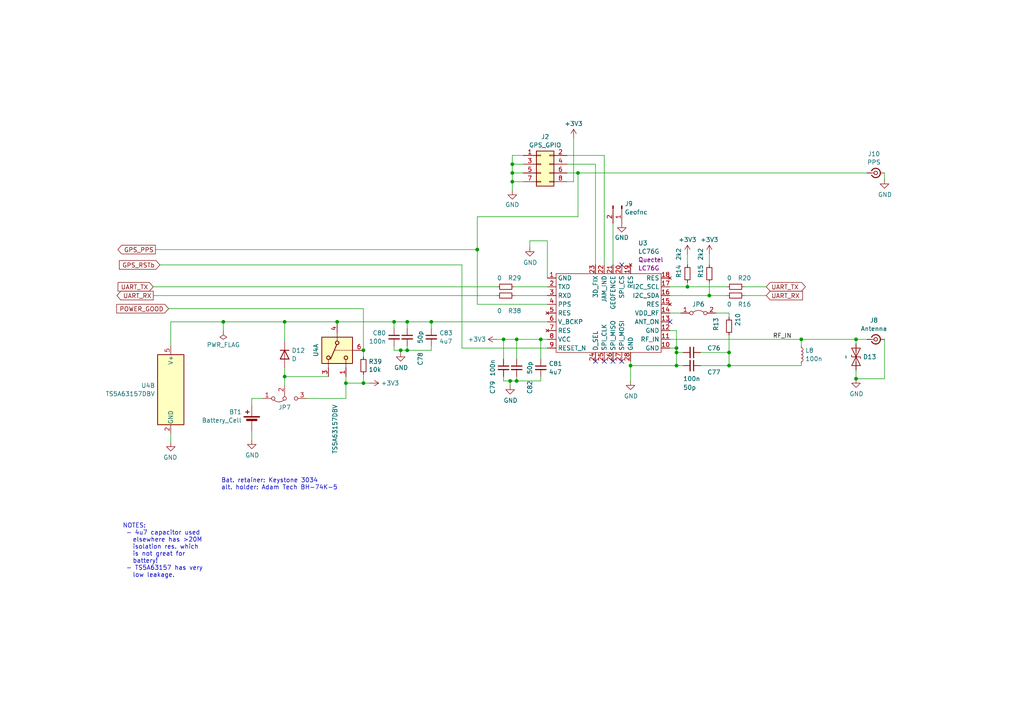
<source format=kicad_sch>
(kicad_sch (version 20230121) (generator eeschema)
  (paper "A4")
  (lib_symbols
    (symbol "Analog_Switch:TS5A63157DBV" (pin_names (offset 0.127))
      (property "Reference" "U" (at -3.175 4.699 0))
      (property "Value" "TS5A63157DBV" (at -3.175 2.921 0))
      (symbol "TS5A63157DBV_1_1"
        (rectangle (start -3.81 4.445) (end 3.81 -4.445) (stroke (width 0.254)) (fill (type background)))
        (circle (center -2.159 0) (radius 0.508) (stroke (width 0.254)))
        (polyline (pts (xy -5.08 0) (xy -2.794 0)))
        (polyline (pts (xy -1.651 0.127) (xy 2.54 1.905)) (stroke (width 0.254)))
        (polyline (pts (xy 0 -5.08) (xy 0 -4.572)))
        (polyline (pts (xy 0 -4.318) (xy 0 -4.064)))
        (polyline (pts (xy 0 -3.81) (xy 0 -3.556)))
        (polyline (pts (xy 0 -3.302) (xy 0 -3.048)))
        (polyline (pts (xy 0 -2.794) (xy 0 -2.54)))
        (polyline (pts (xy 0 -2.286) (xy 0 -2.032)))
        (polyline (pts (xy 0 -1.778) (xy 0 -1.524)))
        (polyline (pts (xy 0 -1.27) (xy 0 -1.016)))
        (polyline (pts (xy 0 -0.762) (xy 0 -0.508)))
        (polyline (pts (xy 0 -0.254) (xy 0 0)))
        (polyline (pts (xy 0 0.254) (xy 0 0.508)))
        (polyline (pts (xy 0 0.254) (xy 0 0.508)))
        (polyline (pts (xy 5.08 -2.54) (xy 2.794 -2.54)))
        (polyline (pts (xy 5.08 2.54) (xy 2.794 2.54)))
        (circle (center 2.159 -2.54) (radius 0.508) (stroke (width 0.254)))
        (circle (center 2.159 2.54) (radius 0.508) (stroke (width 0.254)))
        (pin passive line (at 7.62 -2.54 180) (length 2.54) (name "~") (number "1"))
        (pin passive line (at 7.62 2.54 180) (length 2.54) (name "~") (number "3"))
        (pin passive line (at -7.62 0 0) (length 2.54) (name "~") (number "4"))
        (pin input line (at 0 -7.62 90) (length 2.54) (name "~") (number "6"))
      )
      (symbol "TS5A63157DBV_2_0"
        (pin power_in line (at 0 -12.7 90) (length 2.54) (name "GND") (number "2"))
        (pin power_in line (at 0 12.7 270) (length 2.54) (name "V+") (number "5"))
      )
      (symbol "TS5A63157DBV_2_1"
        (rectangle (start -3.81 10.16) (end 3.81 -10.16) (stroke (width 0.254)) (fill (type background)))
      )
    )
    (symbol "Connector:Conn_01x02_Pin" (pin_names (offset 1.016) hide)
      (property "Reference" "J" (at 0 2.54 0))
      (property "Value" "Conn_01x02_Pin" (at 0 -5.08 0))
      (symbol "Conn_01x02_Pin_1_1"
        (polyline (pts (xy 1.27 -2.54) (xy 0.8636 -2.54)) (stroke (width 0.1524)))
        (polyline (pts (xy 1.27 0) (xy 0.8636 0)) (stroke (width 0.1524)))
        (rectangle (start 0.8636 -2.413) (end 0 -2.667) (stroke (width 0.1524)) (fill (type outline)))
        (rectangle (start 0.8636 0.127) (end 0 -0.127) (stroke (width 0.1524)) (fill (type outline)))
        (pin passive line (at 5.08 0 180) (length 3.81) (name "Pin_1") (number "1"))
        (pin passive line (at 5.08 -2.54 180) (length 3.81) (name "Pin_2") (number "2"))
      )
    )
    (symbol "Connector:Conn_Coaxial_Small" (pin_numbers hide) (pin_names (offset 1.016) hide)
      (property "Reference" "J" (at 0.254 3.048 0))
      (property "Value" "Conn_Coaxial_Small" (at 0 -3.81 0))
      (symbol "Conn_Coaxial_Small_0_1"
        (polyline (pts (xy -2.54 0) (xy -0.508 0)))
        (circle (center 0 0) (radius 0.508) (stroke (width 0.2032)))
      )
      (symbol "Conn_Coaxial_Small_1_1"
        (arc (start -1.1916 -0.6311) (mid 0.327 -1.3081) (end 1.3484 0.0039) (stroke (width 0.3048)))
        (arc (start 1.3484 -0.0039) (mid 0.327 1.3081) (end -1.1916 0.6311) (stroke (width 0.3048)))
        (pin passive line (at -2.54 0 0) (length 1.27) (name "In") (number "1"))
        (pin passive line (at 2.54 0 180) (length 1.27) (name "Ext") (number "2"))
      )
    )
    (symbol "Connector_Generic:Conn_02x04_Odd_Even" (pin_names (offset 1.016) hide)
      (property "Reference" "J" (at 1.27 5.08 0))
      (property "Value" "Conn_02x04_Odd_Even" (at 1.27 -7.62 0))
      (symbol "Conn_02x04_Odd_Even_1_1"
        (rectangle (start -1.27 -4.953) (end 0 -5.207) (stroke (width 0.1524)))
        (rectangle (start -1.27 -2.413) (end 0 -2.667) (stroke (width 0.1524)))
        (rectangle (start -1.27 0.127) (end 0 -0.127) (stroke (width 0.1524)))
        (rectangle (start -1.27 2.667) (end 0 2.413) (stroke (width 0.1524)))
        (rectangle (start -1.27 3.81) (end 3.81 -6.35) (stroke (width 0.254)) (fill (type background)))
        (rectangle (start 3.81 -4.953) (end 2.54 -5.207) (stroke (width 0.1524)))
        (rectangle (start 3.81 -2.413) (end 2.54 -2.667) (stroke (width 0.1524)))
        (rectangle (start 3.81 0.127) (end 2.54 -0.127) (stroke (width 0.1524)))
        (rectangle (start 3.81 2.667) (end 2.54 2.413) (stroke (width 0.1524)))
        (pin passive line (at -5.08 2.54 0) (length 3.81) (name "Pin_1") (number "1"))
        (pin passive line (at 7.62 2.54 180) (length 3.81) (name "Pin_2") (number "2"))
        (pin passive line (at -5.08 0 0) (length 3.81) (name "Pin_3") (number "3"))
        (pin passive line (at 7.62 0 180) (length 3.81) (name "Pin_4") (number "4"))
        (pin passive line (at -5.08 -2.54 0) (length 3.81) (name "Pin_5") (number "5"))
        (pin passive line (at 7.62 -2.54 180) (length 3.81) (name "Pin_6") (number "6"))
        (pin passive line (at -5.08 -5.08 0) (length 3.81) (name "Pin_7") (number "7"))
        (pin passive line (at 7.62 -5.08 180) (length 3.81) (name "Pin_8") (number "8"))
      )
    )
    (symbol "Device:Battery_Cell" (pin_numbers hide) (pin_names (offset 0) hide)
      (property "Reference" "BT" (at 2.54 2.54 0))
      (property "Value" "Battery_Cell" (at 2.54 0 0))
      (symbol "Battery_Cell_0_1"
        (rectangle (start -2.286 1.778) (end 2.286 1.524) (fill (type outline)))
        (rectangle (start -1.524 1.016) (end 1.524 0.508) (fill (type outline)))
        (polyline (pts (xy 0 0.762) (xy 0 0)))
        (polyline (pts (xy 0 1.778) (xy 0 2.54)))
        (polyline (pts (xy 0.762 3.048) (xy 1.778 3.048)) (stroke (width 0.254)))
        (polyline (pts (xy 1.27 3.556) (xy 1.27 2.54)) (stroke (width 0.254)))
      )
      (symbol "Battery_Cell_1_1"
        (pin passive line (at 0 5.08 270) (length 2.54) (name "+") (number "1"))
        (pin passive line (at 0 -2.54 90) (length 2.54) (name "-") (number "2"))
      )
    )
    (symbol "Device:C_Small" (pin_numbers hide) (pin_names (offset 0.254) hide)
      (property "Reference" "C" (at 0.254 1.778 0))
      (property "Value" "C_Small" (at 0.254 -2.032 0))
      (symbol "C_Small_0_1"
        (polyline (pts (xy -1.524 -0.508) (xy 1.524 -0.508)) (stroke (width 0.3302)))
        (polyline (pts (xy -1.524 0.508) (xy 1.524 0.508)) (stroke (width 0.3048)))
      )
      (symbol "C_Small_1_1"
        (pin passive line (at 0 2.54 270) (length 2.032) (name "~") (number "1"))
        (pin passive line (at 0 -2.54 90) (length 2.032) (name "~") (number "2"))
      )
    )
    (symbol "Device:D" (pin_numbers hide) (pin_names (offset 1.016) hide)
      (property "Reference" "D" (at 0 2.54 0))
      (property "Value" "D" (at 0 -2.54 0))
      (symbol "D_0_1"
        (polyline (pts (xy -1.27 1.27) (xy -1.27 -1.27)) (stroke (width 0.254)))
        (polyline (pts (xy 1.27 0) (xy -1.27 0)))
        (polyline (pts (xy 1.27 1.27) (xy 1.27 -1.27) (xy -1.27 0) (xy 1.27 1.27)) (stroke (width 0.254)))
      )
      (symbol "D_1_1"
        (pin passive line (at -3.81 0 0) (length 2.54) (name "K") (number "1"))
        (pin passive line (at 3.81 0 180) (length 2.54) (name "A") (number "2"))
      )
    )
    (symbol "Device:L_Small" (pin_numbers hide) (pin_names (offset 0.254) hide)
      (property "Reference" "L" (at 0.762 1.016 0))
      (property "Value" "L_Small" (at 0.762 -1.016 0))
      (symbol "L_Small_0_1"
        (arc (start 0 -2.032) (mid 0.5058 -1.524) (end 0 -1.016))
        (arc (start 0 -1.016) (mid 0.5058 -0.508) (end 0 0))
        (arc (start 0 0) (mid 0.5058 0.508) (end 0 1.016))
        (arc (start 0 1.016) (mid 0.5058 1.524) (end 0 2.032))
      )
      (symbol "L_Small_1_1"
        (pin passive line (at 0 2.54 270) (length 0.508) (name "~") (number "1"))
        (pin passive line (at 0 -2.54 90) (length 0.508) (name "~") (number "2"))
      )
    )
    (symbol "Device:R_Small" (pin_numbers hide) (pin_names (offset 0.254) hide)
      (property "Reference" "R" (at 0.762 0.508 0))
      (property "Value" "R_Small" (at 0.762 -1.016 0))
      (symbol "R_Small_0_1"
        (rectangle (start -0.762 1.778) (end 0.762 -1.778) (stroke (width 0.2032)))
      )
      (symbol "R_Small_1_1"
        (pin passive line (at 0 2.54 270) (length 0.762) (name "~") (number "1"))
        (pin passive line (at 0 -2.54 90) (length 0.762) (name "~") (number "2"))
      )
    )
    (symbol "Diode:ESD9B5.0ST5G" (pin_numbers hide) (pin_names (offset 1.016) hide)
      (property "Reference" "D" (at 0 2.54 0))
      (property "Value" "ESD9B5.0ST5G" (at 0 -2.54 0))
      (symbol "ESD9B5.0ST5G_0_1"
        (polyline (pts (xy 1.27 0) (xy -1.27 0)))
        (polyline (pts (xy -2.54 -1.27) (xy 0 0) (xy -2.54 1.27) (xy -2.54 -1.27)) (stroke (width 0.2032)))
        (polyline (pts (xy 0.508 1.27) (xy 0 1.27) (xy 0 -1.27) (xy -0.508 -1.27)) (stroke (width 0.2032)))
        (polyline (pts (xy 2.54 1.27) (xy 2.54 -1.27) (xy 0 0) (xy 2.54 1.27)) (stroke (width 0.2032)))
      )
      (symbol "ESD9B5.0ST5G_1_1"
        (pin passive line (at -3.81 0 0) (length 2.54) (name "A1") (number "1"))
        (pin passive line (at 3.81 0 180) (length 2.54) (name "A2") (number "2"))
      )
    )
    (symbol "Jumper:Jumper_2_Bridged" (pin_names (offset 0) hide)
      (property "Reference" "JP" (at 0 1.905 0))
      (property "Value" "Jumper_2_Bridged" (at 0 -2.54 0))
      (symbol "Jumper_2_Bridged_0_0"
        (circle (center -2.032 0) (radius 0.508))
        (circle (center 2.032 0) (radius 0.508))
      )
      (symbol "Jumper_2_Bridged_0_1"
        (arc (start 1.524 0.254) (mid 0 0.762) (end -1.524 0.254))
      )
      (symbol "Jumper_2_Bridged_1_1"
        (pin passive line (at -5.08 0 0) (length 2.54) (name "A") (number "1"))
        (pin passive line (at 5.08 0 180) (length 2.54) (name "B") (number "2"))
      )
    )
    (symbol "Jumper:Jumper_3_Bridged12" (pin_names (offset 0) hide)
      (property "Reference" "JP" (at -2.54 -2.54 0))
      (property "Value" "Jumper_3_Bridged12" (at 0 2.794 0))
      (symbol "Jumper_3_Bridged12_0_0"
        (circle (center -3.302 0) (radius 0.508))
        (circle (center 0 0) (radius 0.508))
        (circle (center 3.302 0) (radius 0.508))
      )
      (symbol "Jumper_3_Bridged12_0_1"
        (arc (start -0.254 0.508) (mid -1.651 0.9912) (end -3.048 0.508))
        (polyline (pts (xy 0 -1.27) (xy 0 -0.508)))
      )
      (symbol "Jumper_3_Bridged12_1_1"
        (pin passive line (at -6.35 0 0) (length 2.54) (name "A") (number "1"))
        (pin passive line (at 0 -3.81 90) (length 2.54) (name "C") (number "2"))
        (pin passive line (at 6.35 0 180) (length 2.54) (name "B") (number "3"))
      )
    )
    (symbol "fmc:LC76G"
      (property "Reference" "U" (at -14.605 -18.415 0))
      (property "Value" "LC76G" (at -12.065 -13.97 0))
      (property "Manufacturer" "Quectel" (at -4.445 1.905 0))
      (property "Part" "LC76G" (at -3.175 -1.27 0))
      (symbol "LC76G_0_0"
        (pin power_in line (at -17.78 10.16 0) (length 2.54) (name "GND") (number "1"))
        (pin power_in line (at 17.78 -10.16 180) (length 2.54) (name "GND") (number "10"))
        (pin input line (at 17.78 -7.62 180) (length 2.54) (name "RF_IN") (number "11"))
        (pin power_in line (at 17.78 -5.08 180) (length 2.54) (name "GND") (number "12"))
        (pin output line (at 17.78 -2.54 180) (length 2.54) (name "ANT_ON") (number "13"))
        (pin power_out line (at 17.78 0 180) (length 2.54) (name "VDD_RF") (number "14"))
        (pin no_connect line (at 17.78 2.54 180) (length 2.54) (name "RES") (number "15"))
        (pin bidirectional line (at 17.78 5.08 180) (length 2.54) (name "I2C_SDA") (number "16"))
        (pin input line (at 17.78 7.62 180) (length 2.54) (name "I2C_SCL") (number "17"))
        (pin no_connect line (at 17.78 10.16 180) (length 2.54) (name "RES") (number "18"))
        (pin no_connect line (at 6.35 13.97 270) (length 2.54) (name "RES") (number "19"))
        (pin output line (at -17.78 7.62 0) (length 2.54) (name "TXD") (number "2"))
        (pin input line (at 3.81 13.97 270) (length 2.54) (name "SPI_CS") (number "20"))
        (pin output line (at 1.27 13.97 270) (length 2.54) (name "GEOFENCE") (number "21"))
        (pin output line (at -1.27 13.97 270) (length 2.54) (name "JAM_IND") (number "22"))
        (pin output line (at -3.81 13.97 270) (length 2.54) (name "3D_FIX") (number "23"))
        (pin input line (at -3.81 -13.97 90) (length 2.54) (name "D_SEL") (number "24"))
        (pin input line (at -1.27 -13.97 90) (length 2.54) (name "SPI_CLK") (number "25"))
        (pin output line (at 1.27 -13.97 90) (length 2.54) (name "SPI_MISO") (number "26"))
        (pin input line (at 3.81 -13.97 90) (length 2.54) (name "SPI_MOSI") (number "27"))
        (pin power_in line (at 6.35 -13.97 90) (length 2.54) (name "GND") (number "28"))
        (pin input line (at -17.78 5.08 0) (length 2.54) (name "RXD") (number "3"))
        (pin output line (at -17.78 2.54 0) (length 2.54) (name "PPS") (number "4"))
        (pin no_connect line (at -17.78 0 0) (length 2.54) (name "RES") (number "5"))
        (pin power_in line (at -17.78 -2.54 0) (length 2.54) (name "V_BCKP") (number "6"))
        (pin no_connect line (at -17.78 -5.08 0) (length 2.54) (name "RES") (number "7"))
        (pin power_in line (at -17.78 -7.62 0) (length 2.54) (name "VCC") (number "8"))
        (pin input line (at -17.78 -10.16 0) (length 2.54) (name "RESET_N") (number "9"))
      )
      (symbol "LC76G_0_1"
        (rectangle (start -15.24 11.43) (end 15.24 -11.43))
      )
    )
    (symbol "power:+3V3" (power) (pin_names (offset 0))
      (property "Value" "+3V3" (at 0 3.556 0))
      (symbol "+3V3_0_1"
        (polyline (pts (xy -0.762 1.27) (xy 0 2.54)))
        (polyline (pts (xy 0 0) (xy 0 2.54)))
        (polyline (pts (xy 0 2.54) (xy 0.762 1.27)))
      )
      (symbol "+3V3_1_1"
        (pin power_in line (at 0 0 90) (length 0) hide (name "+3V3") (number "1"))
      )
    )
    (symbol "power:GND" (power) (pin_names (offset 0))
      (property "Value" "GND" (at 0 -3.81 0))
      (symbol "GND_0_1"
        (polyline (pts (xy 0 0) (xy 0 -1.27) (xy 1.27 -1.27) (xy 0 -2.54) (xy -1.27 -1.27) (xy 0 -1.27)))
      )
      (symbol "GND_1_1"
        (pin power_in line (at 0 0 270) (length 0) hide (name "GND") (number "1"))
      )
    )
    (symbol "power:PWR_FLAG" (power) (pin_numbers hide) (pin_names (offset 0) hide)
      (property "Value" "PWR_FLAG" (at 0 3.81 0))
      (symbol "PWR_FLAG_0_0"
        (pin power_out line (at 0 0 90) (length 0) (name "pwr") (number "1"))
      )
      (symbol "PWR_FLAG_0_1"
        (polyline (pts (xy 0 0) (xy 0 1.27) (xy -1.016 1.905) (xy 0 2.54) (xy 1.016 1.905) (xy 0 1.27)))
      )
    )
  )
  (junction (at 205.74 85.725))
  (junction (at 196.215 100.965))
  (junction (at 232.41 98.425))
  (junction (at 211.455 106.045))
  (junction (at 114.3 93.345))
  (junction (at 148.59 47.625))
  (junction (at 138.43 72.39))
  (junction (at 82.55 109.22))
  (junction (at 248.285 109.855))
  (junction (at 196.215 102.235))
  (junction (at 146.05 98.425))
  (junction (at 148.59 50.165))
  (junction (at 118.11 101.6))
  (junction (at 199.39 83.185))
  (junction (at 97.79 93.345))
  (junction (at 148.59 52.705))
  (junction (at 64.77 93.345))
  (junction (at 211.455 102.235))
  (junction (at 149.86 98.425))
  (junction (at 105.41 101.6))
  (junction (at 167.64 50.165))
  (junction (at 149.86 110.49))
  (junction (at 182.88 106.045))
  (junction (at 196.215 106.045))
  (junction (at 156.845 98.425))
  (junction (at 125.095 93.345))
  (junction (at 248.285 98.425))
  (junction (at 105.41 111.125))
  (junction (at 118.11 93.345))
  (junction (at 82.55 93.345))
  (junction (at 100.33 111.125))
  (junction (at 116.205 101.6))
  (junction (at 147.955 110.49))
  (no_connect (at 194.31 93.345))
  (no_connect (at 180.34 76.835))
  (no_connect (at 180.34 104.775))
  (no_connect (at 177.8 104.775))
  (no_connect (at 175.26 104.775))
  (no_connect (at 172.72 104.775))
  (wire (pts (xy 203.2 102.235) (xy 211.455 102.235)))
  (wire (pts (xy 211.455 97.155) (xy 211.455 102.235)))
  (wire (pts (xy 73.025 125.095) (xy 73.025 127.635)))
  (wire (pts (xy 164.465 50.165) (xy 167.64 50.165)))
  (wire (pts (xy 100.33 109.22) (xy 100.33 111.125)))
  (wire (pts (xy 194.31 90.805) (xy 197.485 90.805)))
  (wire (pts (xy 45.085 72.39) (xy 138.43 72.39)))
  (wire (pts (xy 149.225 83.185) (xy 158.75 83.185)))
  (wire (pts (xy 207.645 90.805) (xy 211.455 90.805)))
  (wire (pts (xy 82.55 109.22) (xy 82.55 111.76)))
  (wire (pts (xy 166.37 40.005) (xy 166.37 52.705)))
  (wire (pts (xy 73.025 115.57) (xy 76.2 115.57)))
  (wire (pts (xy 182.88 106.045) (xy 182.88 110.49)))
  (wire (pts (xy 194.31 95.885) (xy 196.215 95.885)))
  (wire (pts (xy 215.9 85.725) (xy 222.25 85.725)))
  (wire (pts (xy 248.285 98.425) (xy 251.46 98.425)))
  (wire (pts (xy 116.205 101.6) (xy 116.205 102.235)))
  (wire (pts (xy 114.3 100.33) (xy 114.3 101.6)))
  (wire (pts (xy 100.33 111.125) (xy 105.41 111.125)))
  (wire (pts (xy 138.43 72.39) (xy 138.43 88.265)))
  (wire (pts (xy 73.025 117.475) (xy 73.025 115.57)))
  (wire (pts (xy 205.74 85.725) (xy 210.82 85.725)))
  (wire (pts (xy 114.3 93.345) (xy 118.11 93.345)))
  (wire (pts (xy 158.75 69.85) (xy 153.67 69.85)))
  (wire (pts (xy 196.215 95.885) (xy 196.215 100.965)))
  (wire (pts (xy 118.11 101.6) (xy 116.205 101.6)))
  (wire (pts (xy 125.095 101.6) (xy 118.11 101.6)))
  (wire (pts (xy 148.59 45.085) (xy 148.59 47.625)))
  (wire (pts (xy 138.43 62.865) (xy 167.64 62.865)))
  (wire (pts (xy 232.41 98.425) (xy 232.41 100.33)))
  (wire (pts (xy 148.59 50.165) (xy 148.59 52.705)))
  (wire (pts (xy 232.41 105.41) (xy 232.41 106.045)))
  (wire (pts (xy 118.11 93.345) (xy 118.11 95.25)))
  (wire (pts (xy 199.39 83.185) (xy 210.82 83.185)))
  (wire (pts (xy 146.05 110.49) (xy 147.955 110.49)))
  (wire (pts (xy 199.39 73.66) (xy 199.39 76.835)))
  (wire (pts (xy 248.285 107.315) (xy 248.285 109.855)))
  (wire (pts (xy 125.095 95.25) (xy 125.095 93.345)))
  (wire (pts (xy 164.465 45.085) (xy 175.26 45.085)))
  (wire (pts (xy 146.05 98.425) (xy 149.86 98.425)))
  (wire (pts (xy 175.26 76.835) (xy 175.26 45.085)))
  (wire (pts (xy 105.41 101.6) (xy 105.41 103.505)))
  (wire (pts (xy 196.215 100.965) (xy 196.215 102.235)))
  (wire (pts (xy 147.955 110.49) (xy 147.955 111.76)))
  (wire (pts (xy 149.86 98.425) (xy 149.86 104.14)))
  (wire (pts (xy 114.3 93.345) (xy 114.3 95.25)))
  (wire (pts (xy 48.895 89.535) (xy 105.41 89.535)))
  (wire (pts (xy 105.41 108.585) (xy 105.41 111.125)))
  (wire (pts (xy 118.11 93.345) (xy 125.095 93.345)))
  (wire (pts (xy 211.455 102.235) (xy 211.455 106.045)))
  (wire (pts (xy 64.77 93.345) (xy 82.55 93.345)))
  (wire (pts (xy 153.67 69.85) (xy 153.67 71.755)))
  (wire (pts (xy 148.59 52.705) (xy 148.59 55.245)))
  (wire (pts (xy 148.59 45.085) (xy 151.765 45.085)))
  (wire (pts (xy 133.985 100.965) (xy 158.75 100.965)))
  (wire (pts (xy 138.43 88.265) (xy 158.75 88.265)))
  (wire (pts (xy 82.55 109.22) (xy 95.25 109.22)))
  (wire (pts (xy 156.845 109.22) (xy 156.845 110.49)))
  (wire (pts (xy 256.54 109.855) (xy 248.285 109.855)))
  (wire (pts (xy 148.59 50.165) (xy 151.765 50.165)))
  (wire (pts (xy 114.3 101.6) (xy 116.205 101.6)))
  (wire (pts (xy 194.31 83.185) (xy 199.39 83.185)))
  (wire (pts (xy 167.64 62.865) (xy 167.64 50.165)))
  (wire (pts (xy 205.74 85.725) (xy 205.74 81.915)))
  (wire (pts (xy 148.59 47.625) (xy 151.765 47.625)))
  (wire (pts (xy 49.53 93.345) (xy 64.77 93.345)))
  (wire (pts (xy 164.465 47.625) (xy 172.72 47.625)))
  (wire (pts (xy 149.86 110.49) (xy 147.955 110.49)))
  (wire (pts (xy 199.39 81.915) (xy 199.39 83.185)))
  (wire (pts (xy 196.215 102.235) (xy 198.12 102.235)))
  (wire (pts (xy 64.77 93.345) (xy 64.77 95.885)))
  (wire (pts (xy 172.72 47.625) (xy 172.72 76.835)))
  (wire (pts (xy 196.215 106.045) (xy 198.12 106.045)))
  (wire (pts (xy 82.55 93.345) (xy 97.79 93.345)))
  (wire (pts (xy 148.59 47.625) (xy 148.59 50.165)))
  (wire (pts (xy 118.11 100.33) (xy 118.11 101.6)))
  (wire (pts (xy 215.9 83.185) (xy 222.25 83.185)))
  (wire (pts (xy 144.145 98.425) (xy 146.05 98.425)))
  (wire (pts (xy 49.53 93.345) (xy 49.53 100.33)))
  (wire (pts (xy 194.31 85.725) (xy 205.74 85.725)))
  (wire (pts (xy 105.41 111.125) (xy 107.315 111.125)))
  (wire (pts (xy 82.55 106.68) (xy 82.55 109.22)))
  (wire (pts (xy 166.37 52.705) (xy 164.465 52.705)))
  (wire (pts (xy 256.54 50.165) (xy 256.54 52.07)))
  (wire (pts (xy 248.285 99.695) (xy 248.285 98.425)))
  (wire (pts (xy 148.59 52.705) (xy 151.765 52.705)))
  (wire (pts (xy 256.54 98.425) (xy 256.54 109.855)))
  (wire (pts (xy 49.53 125.73) (xy 49.53 128.27)))
  (wire (pts (xy 196.215 102.235) (xy 196.215 106.045)))
  (wire (pts (xy 156.845 98.425) (xy 158.75 98.425)))
  (wire (pts (xy 194.31 100.965) (xy 196.215 100.965)))
  (wire (pts (xy 44.45 85.725) (xy 144.145 85.725)))
  (wire (pts (xy 149.86 98.425) (xy 156.845 98.425)))
  (wire (pts (xy 156.845 110.49) (xy 149.86 110.49)))
  (wire (pts (xy 194.31 98.425) (xy 232.41 98.425)))
  (wire (pts (xy 149.86 109.22) (xy 149.86 110.49)))
  (wire (pts (xy 146.05 98.425) (xy 146.05 104.14)))
  (wire (pts (xy 44.45 83.185) (xy 144.145 83.185)))
  (wire (pts (xy 203.2 106.045) (xy 211.455 106.045)))
  (wire (pts (xy 82.55 99.06) (xy 82.55 93.345)))
  (wire (pts (xy 133.985 76.835) (xy 133.985 100.965)))
  (wire (pts (xy 88.9 115.57) (xy 100.33 115.57)))
  (wire (pts (xy 125.095 93.345) (xy 158.75 93.345)))
  (wire (pts (xy 46.355 76.835) (xy 133.985 76.835)))
  (wire (pts (xy 149.225 85.725) (xy 158.75 85.725)))
  (wire (pts (xy 182.88 104.775) (xy 182.88 106.045)))
  (wire (pts (xy 97.79 93.98) (xy 97.79 93.345)))
  (wire (pts (xy 138.43 72.39) (xy 138.43 62.865)))
  (wire (pts (xy 97.79 93.345) (xy 114.3 93.345)))
  (wire (pts (xy 232.41 106.045) (xy 211.455 106.045)))
  (wire (pts (xy 211.455 90.805) (xy 211.455 92.075)))
  (wire (pts (xy 167.64 50.165) (xy 251.46 50.165)))
  (wire (pts (xy 196.215 106.045) (xy 182.88 106.045)))
  (wire (pts (xy 146.05 109.22) (xy 146.05 110.49)))
  (wire (pts (xy 100.33 115.57) (xy 100.33 111.125)))
  (wire (pts (xy 248.285 98.425) (xy 232.41 98.425)))
  (wire (pts (xy 105.41 89.535) (xy 105.41 101.6)))
  (wire (pts (xy 158.75 80.645) (xy 158.75 69.85)))
  (wire (pts (xy 177.8 64.77) (xy 177.8 76.835)))
  (wire (pts (xy 125.095 100.33) (xy 125.095 101.6)))
  (wire (pts (xy 205.74 73.66) (xy 205.74 76.835)))
  (wire (pts (xy 156.845 98.425) (xy 156.845 104.14)))
  (text "Bat. retainer: Keystone 3034\nalt. holder: Adam Tech BH-74K-5" (at 64.135 142.24 0) (effects (font (size 1.27 1.27)) (justify left bottom)))
  (text "NOTES:\n - 4u7 capacitor used\n   elsewhere has >20M\n   isolation res. which\n   is not great for\n   battery!\n - TS5A63157 has very\n   low leakage." (at 35.56 167.64 0) (effects (font (size 1.27 1.27)) (justify left bottom)))
  (label "RF_IN" (at 224.155 98.425 0))
  (global_label "UART_RX" (shape input) (at 222.25 85.725 0) (property "Intersheetrefs" "${INTERSHEET_REFS}" (effects hide)))
  (global_label "UART_TX" (shape bidirectional) (at 222.25 83.185 0) (property "Intersheetrefs" "${INTERSHEET_REFS}" (effects hide)))
  (global_label "UART_RX" (shape output) (at 44.45 85.725 180) (property "Intersheetrefs" "${INTERSHEET_REFS}" (effects hide)))
  (global_label "GPS_RSTb" (shape input) (at 46.355 76.835 180) (property "Intersheetrefs" "${INTERSHEET_REFS}" (effects hide)))
  (global_label "POWER_GOOD" (shape input) (at 48.895 89.535 180) (property "Intersheetrefs" "${INTERSHEET_REFS}" (effects hide)))
  (global_label "GPS_PPS" (shape output) (at 45.085 72.39 180) (property "Intersheetrefs" "${INTERSHEET_REFS}" (effects hide)))
  (global_label "UART_TX" (shape input) (at 44.45 83.185 180) (property "Intersheetrefs" "${INTERSHEET_REFS}" (effects hide)))
  (symbol (lib_id "Diode:ESD9B5.0ST5G") (at 248.285 103.505 90) (unit 1)
    (property "Reference" "D13" (at 250.2916 103.505 90) (effects (justify right)))
    (property "Value" "~" (at 245.3203 103.505 0))
    (property "Footprint" "Diode_SMD:D_SOD-882" (effects hide))
    (property "Datasheet" "https://www.littelfuse.com/media?resourcetype=datasheets&itemid=54962f33-9d87-4d79-919d-dac7ef6a0067&filename=littelfuse-tvs-diode-array-ultra-low-capacitance-discrete-tvs-datasheet" (effects hide))
    (property "Part" "SP0402B-ULC-01ETG" (effects hide))
    (property "Manufacturer" "Littlefuse" (effects hide))
  )
  (symbol (lib_id "Device:C_Small") (at 118.11 97.79 0) (mirror y) (unit 1)
    (property "Reference" "C78" (at 121.92 106.045 90) (effects (justify left)))
    (property "Value" "50p" (at 121.92 99.695 90) (effects (justify left)))
    (property "Footprint" "Capacitor_SMD:C_0603_1608Metric" (effects hide))
  )
  (symbol (lib_id "power:GND") (at 148.59 55.245 0) (unit 1)
    (property "Reference" "#PWR079" (effects hide))
    (property "Value" "GND" (at 148.59 59.3781 0))
  )
  (symbol (lib_id "Analog_Switch:TS5A63157DBV") (at 49.53 113.03 0) (mirror y) (unit 2)
    (property "Reference" "U4" (at 44.958 111.8179 0) (effects (justify left)))
    (property "Value" "TS5A63157DBV" (at 44.958 114.2421 0) (effects (justify left)))
    (property "Footprint" "Package_TO_SOT_SMD:SOT-23-6" (effects hide))
    (property "Datasheet" "https://www.ti.com/lit/ds/symlink/ts5a63157.pdf" (effects hide))
  )
  (symbol (lib_id "Device:C_Small") (at 200.66 106.045 270) (mirror x) (unit 1)
    (property "Reference" "C77" (at 205.105 107.95 90) (effects (justify left)))
    (property "Value" "50p" (at 198.12 112.395 90) (effects (justify left)))
    (property "Footprint" "Capacitor_SMD:C_0603_1608Metric" (effects hide))
  )
  (symbol (lib_id "power:+3V3") (at 199.39 73.66 0) (mirror y) (unit 1)
    (property "Reference" "#PWR0104" (effects hide))
    (property "Value" "+3V3" (at 199.39 69.5269 0))
  )
  (symbol (lib_id "power:GND") (at 147.955 111.76 0) (unit 1)
    (property "Reference" "#PWR0107" (effects hide))
    (property "Value" "GND" (at 148.082 116.1542 0))
  )
  (symbol (lib_id "Connector:Conn_Coaxial_Small") (at 254 98.425 0) (unit 1)
    (property "Reference" "J8" (at 253.4804 92.907 0))
    (property "Value" "Antenna" (at 253.4804 95.3312 0))
    (property "Footprint" "proj_footprints:SMA Molex 732515460" (effects hide))
    (property "Datasheet" " ~" (effects hide))
    (property "Manufacturer" "Molex" (effects hide))
    (property "Part" "732515460" (effects hide))
  )
  (symbol (lib_id "Device:Battery_Cell") (at 73.025 122.555 0) (mirror y) (unit 1)
    (property "Reference" "BT1" (at 70.104 119.5014 0) (effects (justify left)))
    (property "Value" "Battery_Cell" (at 70.104 121.9256 0) (effects (justify left)))
    (property "Footprint" "battery:bh-3034-74-combined" (effects hide))
    (property "Part" "BH-74K-5" (effects hide))
    (property "Manufacturer" "Adam Tech" (effects hide))
  )
  (symbol (lib_id "Device:R_Small") (at 146.685 85.725 270) (mirror x) (unit 1)
    (property "Reference" "R38" (at 147.32 90.17 90) (effects (justify left)))
    (property "Value" "0" (at 144.145 90.17 90) (effects (justify left)))
    (property "Footprint" "Resistor_SMD:R_0603_1608Metric" (effects hide))
  )
  (symbol (lib_id "power:GND") (at 248.285 109.855 0) (unit 1)
    (property "Reference" "#PWR0114" (effects hide))
    (property "Value" "GND" (at 248.412 114.2492 0))
  )
  (symbol (lib_id "power:GND") (at 256.54 52.07 0) (unit 1)
    (property "Reference" "#PWR0118" (effects hide))
    (property "Value" "GND" (at 256.667 56.4642 0))
  )
  (symbol (lib_id "power:GND") (at 49.53 128.27 0) (mirror y) (unit 1)
    (property "Reference" "#PWR0111" (effects hide))
    (property "Value" "GND" (at 49.403 132.6642 0))
  )
  (symbol (lib_id "Device:R_Small") (at 211.455 94.615 180) (unit 1)
    (property "Reference" "R13" (at 207.645 92.075 90) (effects (justify left)))
    (property "Value" "210" (at 213.995 90.805 90) (effects (justify left)))
    (property "Footprint" "Resistor_SMD:R_0603_1608Metric" (effects hide))
  )
  (symbol (lib_id "power:PWR_FLAG") (at 64.77 95.885 180) (unit 1)
    (property "Reference" "#FLG011" (effects hide))
    (property "Value" "PWR_FLAG" (at 64.77 100.0181 0))
  )
  (symbol (lib_id "Device:C_Small") (at 114.3 97.79 0) (mirror y) (unit 1)
    (property "Reference" "C80" (at 111.9759 96.5842 0) (effects (justify left)))
    (property "Value" "100n" (at 111.9759 99.0084 0) (effects (justify left)))
    (property "Footprint" "Capacitor_SMD:C_0603_1608Metric" (effects hide))
    (property "Manufacturer" "Samsung" (effects hide))
    (property "Part" "CL10B104KB8NFN" (effects hide))
  )
  (symbol (lib_id "Device:R_Small") (at 199.39 79.375 0) (unit 1)
    (property "Reference" "R14" (at 196.85 80.645 90) (effects (justify left)))
    (property "Value" "2k2" (at 196.85 75.565 90) (effects (justify left)))
    (property "Footprint" "Resistor_SMD:R_0603_1608Metric" (effects hide))
  )
  (symbol (lib_id "power:GND") (at 116.205 102.235 0) (unit 1)
    (property "Reference" "#PWR0112" (effects hide))
    (property "Value" "GND" (at 116.332 106.6292 0))
  )
  (symbol (lib_id "Connector:Conn_01x02_Pin") (at 180.34 59.69 270) (unit 1)
    (property "Reference" "J9" (at 181.1782 59.1129 90) (effects (justify left)))
    (property "Value" "Geofnc" (at 181.1782 61.5371 90) (effects (justify left)))
    (property "Footprint" "Connector_PinSocket_2.54mm:PinSocket_1x02_P2.54mm_Vertical" (effects hide))
    (property "Manufacturer" "Adam Tech" (effects hide))
    (property "Part" "PH2-02-UA" (effects hide))
  )
  (symbol (lib_id "Device:R_Small") (at 213.36 85.725 270) (mirror x) (unit 1)
    (property "Reference" "R16" (at 213.995 88.265 90) (effects (justify left)))
    (property "Value" "0" (at 210.82 88.265 90) (effects (justify left)))
    (property "Footprint" "Resistor_SMD:R_0603_1608Metric" (effects hide))
  )
  (symbol (lib_id "Device:C_Small") (at 149.86 106.68 0) (mirror y) (unit 1)
    (property "Reference" "C82" (at 153.67 114.3 90) (effects (justify left)))
    (property "Value" "50p" (at 153.67 108.585 90) (effects (justify left)))
    (property "Footprint" "Capacitor_SMD:C_0603_1608Metric" (effects hide))
  )
  (symbol (lib_id "Device:C_Small") (at 125.095 97.79 0) (unit 1)
    (property "Reference" "C83" (at 127.4191 96.5842 0) (effects (justify left)))
    (property "Value" "4u7" (at 127.4191 99.0084 0) (effects (justify left)))
    (property "Footprint" "Capacitor_SMD:C_0805_2012Metric" (effects hide))
  )
  (symbol (lib_id "Device:C_Small") (at 146.05 106.68 0) (mirror y) (unit 1)
    (property "Reference" "C79" (at 142.875 114.3 90) (effects (justify left)))
    (property "Value" "100n" (at 142.875 109.22 90) (effects (justify left)))
    (property "Footprint" "Capacitor_SMD:C_0603_1608Metric" (effects hide))
    (property "Manufacturer" "Samsung" (effects hide))
    (property "Part" "CL10B104KB8NFN" (effects hide))
  )
  (symbol (lib_id "power:GND") (at 182.88 110.49 0) (unit 1)
    (property "Reference" "#PWR0102" (effects hide))
    (property "Value" "GND" (at 183.007 114.8842 0))
  )
  (symbol (lib_id "Device:R_Small") (at 105.41 106.045 0) (unit 1)
    (property "Reference" "R39" (at 106.9086 104.8766 0) (effects (justify left)))
    (property "Value" "10k" (at 106.9086 107.188 0) (effects (justify left)))
    (property "Footprint" "Resistor_SMD:R_0603_1608Metric" (effects hide))
  )
  (symbol (lib_id "Device:C_Small") (at 200.66 102.235 270) (mirror x) (unit 1)
    (property "Reference" "C76" (at 205.105 100.965 90) (effects (justify left)))
    (property "Value" "100n" (at 198.12 109.855 90) (effects (justify left)))
    (property "Footprint" "Capacitor_SMD:C_0603_1608Metric" (effects hide))
    (property "Manufacturer" "Samsung" (effects hide))
    (property "Part" "CL10B104KB8NFN" (effects hide))
  )
  (symbol (lib_id "Jumper:Jumper_3_Bridged12") (at 82.55 115.57 0) (mirror x) (unit 1)
    (property "Reference" "JP7" (at 82.55 118.1543 0))
    (property "Value" "Jumper_3_Bridged12" (effects hide))
    (property "Footprint" "Connector_PinHeader_2.54mm:PinHeader_1x03_P2.54mm_Vertical" (effects hide))
  )
  (symbol (lib_id "power:+3V3") (at 107.315 111.125 270) (mirror x) (unit 1)
    (property "Reference" "#PWR0108" (effects hide))
    (property "Value" "+3V3" (at 110.49 111.125 90) (effects (justify left)))
  )
  (symbol (lib_id "Device:C_Small") (at 156.845 106.68 0) (unit 1)
    (property "Reference" "C81" (at 159.1691 105.4742 0) (effects (justify left)))
    (property "Value" "4u7" (at 159.1691 107.8984 0) (effects (justify left)))
    (property "Footprint" "Capacitor_SMD:C_0805_2012Metric" (effects hide))
    (property "Manufacturer" "TDK" (effects hide))
    (property "Part" "2012X5R1C475K125AC" (effects hide))
  )
  (symbol (lib_id "power:+3V3") (at 205.74 73.66 0) (mirror y) (unit 1)
    (property "Reference" "#PWR0105" (effects hide))
    (property "Value" "+3V3" (at 205.74 69.5269 0))
  )
  (symbol (lib_id "power:+3V3") (at 144.145 98.425 90) (mirror x) (unit 1)
    (property "Reference" "#PWR0103" (effects hide))
    (property "Value" "+3V3" (at 140.97 98.425 90) (effects (justify left)))
  )
  (symbol (lib_id "Device:D") (at 82.55 102.87 270) (unit 1)
    (property "Reference" "D12" (at 84.582 101.6579 90) (effects (justify left)))
    (property "Value" "D" (at 84.582 104.0821 90) (effects (justify left)))
    (property "Footprint" "Diode_SMD:D_SOD-323F" (effects hide))
    (property "Sim.Device" "D" (effects hide))
    (property "Sim.Pins" "1=K 2=A" (effects hide))
  )
  (symbol (lib_id "power:+3V3") (at 166.37 40.005 0) (unit 1)
    (property "Reference" "#PWR069" (effects hide))
    (property "Value" "+3V3" (at 166.37 35.8719 0))
  )
  (symbol (lib_id "Analog_Switch:TS5A63157DBV") (at 97.79 101.6 90) (mirror x) (unit 1)
    (property "Reference" "U4" (at 91.6249 101.6 0))
    (property "Value" "TS5A63157DBV" (at 97.155 124.46 0))
    (property "Footprint" "Package_TO_SOT_SMD:SOT-23-6" (effects hide))
    (property "Datasheet" "https://www.ti.com/lit/ds/symlink/ts5a63157.pdf" (effects hide))
  )
  (symbol (lib_id "Connector:Conn_Coaxial_Small") (at 254 50.165 0) (unit 1)
    (property "Reference" "J10" (at 253.4804 44.647 0))
    (property "Value" "PPS" (at 253.4804 47.0712 0))
    (property "Footprint" "proj_footprints:LEMO+SMA_molex_732515460" (effects hide))
    (property "Datasheet" " ~" (effects hide))
    (property "Manufacturer" "Molex" (effects hide))
    (property "Part" "732515460" (effects hide))
  )
  (symbol (lib_id "Device:R_Small") (at 205.74 79.375 0) (unit 1)
    (property "Reference" "R15" (at 203.2 80.645 90) (effects (justify left)))
    (property "Value" "2k2" (at 203.2 75.565 90) (effects (justify left)))
    (property "Footprint" "Resistor_SMD:R_0603_1608Metric" (effects hide))
  )
  (symbol (lib_id "power:GND") (at 73.025 127.635 0) (unit 1)
    (property "Reference" "#PWR0113" (effects hide))
    (property "Value" "GND" (at 73.152 132.0292 0))
  )
  (symbol (lib_id "Jumper:Jumper_2_Bridged") (at 202.565 90.805 0) (unit 1)
    (property "Reference" "JP6" (at 202.565 88.265 0))
    (property "Value" "Jumper_2_Bridged" (effects hide))
    (property "Footprint" "Connector_PinHeader_2.54mm:PinHeader_1x02_P2.54mm_Vertical" (effects hide))
  )
  (symbol (lib_id "power:GND") (at 180.34 64.77 0) (unit 1)
    (property "Reference" "#PWR0110" (effects hide))
    (property "Value" "GND" (at 180.34 68.9031 0))
  )
  (symbol (lib_id "Device:R_Small") (at 213.36 83.185 270) (unit 1)
    (property "Reference" "R20" (at 213.995 80.645 90) (effects (justify left)))
    (property "Value" "0" (at 210.82 80.645 90) (effects (justify left)))
    (property "Footprint" "Resistor_SMD:R_0603_1608Metric" (effects hide))
  )
  (symbol (lib_id "fmc:LC76G") (at 176.53 90.805 0) (unit 1)
    (property "Reference" "U3" (at 185.0741 70.5093 0) (effects (justify left)))
    (property "Value" "LC76G" (at 185.0741 72.9335 0) (effects (justify left)))
    (property "Footprint" "proj_footprints:lc76g" (effects hide))
    (property "Manufacturer" "Quectel" (at 185.0741 75.3577 0) (effects (justify left)))
    (property "Part" "LC76G" (at 185.0741 77.7819 0) (effects (justify left)))
  )
  (symbol (lib_id "Connector_Generic:Conn_02x04_Odd_Even") (at 156.845 47.625 0) (unit 1)
    (property "Reference" "J2" (at 158.115 39.6707 0))
    (property "Value" "GPS_GPIO" (at 158.115 42.0949 0))
    (property "Footprint" "Connector_PinHeader_2.54mm:PinHeader_2x04_P2.54mm_Vertical" (effects hide))
    (property "Manufacturer" "Adam Tech" (effects hide))
    (property "Part" "PH2-08-UA" (effects hide))
  )
  (symbol (lib_id "Device:R_Small") (at 146.685 83.185 270) (unit 1)
    (property "Reference" "R29" (at 147.32 80.645 90) (effects (justify left)))
    (property "Value" "0" (at 144.145 80.645 90) (effects (justify left)))
    (property "Footprint" "Resistor_SMD:R_0603_1608Metric" (effects hide))
  )
  (symbol (lib_id "Device:L_Small") (at 232.41 102.87 0) (unit 1)
    (property "Reference" "L8" (at 233.5508 101.6579 0) (effects (justify left)))
    (property "Value" "100n" (at 233.5508 104.0821 0) (effects (justify left)))
    (property "Footprint" "Inductor_SMD:L_0402_1005Metric" (effects hide))
  )
  (symbol (lib_id "power:GND") (at 153.67 71.755 0) (unit 1)
    (property "Reference" "#PWR0106" (effects hide))
    (property "Value" "GND" (at 153.797 76.1492 0))
  )
)
</source>
